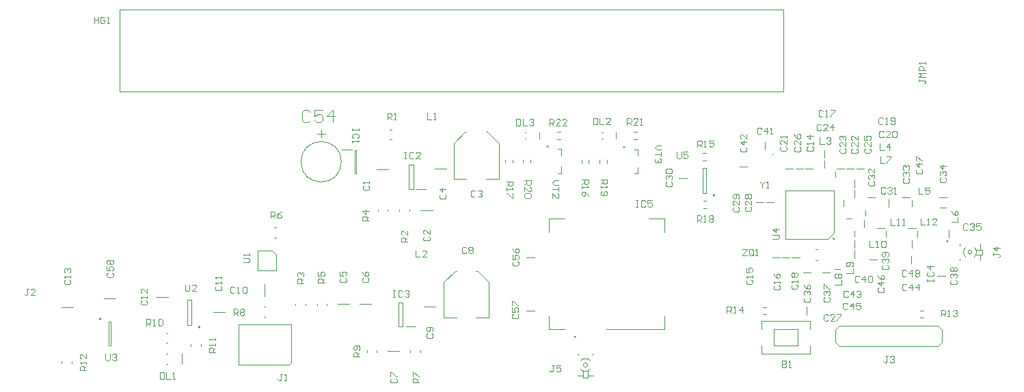
<source format=gto>
G04*
G04 #@! TF.GenerationSoftware,Altium Limited,Altium Designer,19.0.10 (269)*
G04*
G04 Layer_Color=65535*
%FSLAX44Y44*%
%MOMM*%
G71*
G01*
G75*
D10*
X1267420Y939720D02*
G03*
X1267420Y939720I-1000J0D01*
G01*
X952750Y778181D02*
G03*
X964986Y778181I6118J5155D01*
G01*
X961368Y783336D02*
G03*
X961368Y783336I-2500J0D01*
G01*
X964986Y788491D02*
G03*
X952750Y788491I-6118J-5155D01*
G01*
X1440265Y917172D02*
G03*
X1440265Y929408I-5155J6118D01*
G01*
X1437610Y923290D02*
G03*
X1437610Y923290I-2500J0D01*
G01*
X1429955Y929408D02*
G03*
X1429955Y917172I5155J-6118D01*
G01*
X946758Y818246D02*
G03*
X944758Y818246I-1000J0D01*
G01*
D02*
G03*
X946758Y818246I1000J0D01*
G01*
X656444Y1035350D02*
G03*
X656444Y1035350I-25000J0D01*
G01*
X1292414Y916238D02*
Y925738D01*
X1267516Y902682D02*
X1274516D01*
X427090Y867766D02*
X441590D01*
X439686Y797456D02*
X441186D01*
X439686Y784456D02*
X441186D01*
X458966D02*
Y797456D01*
X1206420Y939720D02*
X1259170D01*
X1206420D02*
Y999720D01*
X1266420D01*
Y946970D02*
Y999720D01*
X1259170Y939720D02*
X1266420Y946970D01*
X1243354Y913488D02*
X1246354D01*
X1243354Y926488D02*
X1246354D01*
X1023769Y1020571D02*
Y1028571D01*
X1019769Y1020571D02*
X1023769D01*
Y1042571D02*
Y1050571D01*
X1019769D02*
X1023769D01*
X928757Y1021065D02*
Y1029065D01*
X924757Y1021065D02*
X928757D01*
Y1043065D02*
Y1051065D01*
X924757D02*
X928757D01*
X1103670Y996540D02*
X1108670D01*
X1103670Y1027540D02*
X1108670D01*
Y996540D02*
Y1027540D01*
X1103670Y996540D02*
Y1027540D01*
X368008Y837096D02*
X371008D01*
X368008Y807096D02*
X371008D01*
X368008D02*
Y837096D01*
X371008Y807096D02*
Y837096D01*
X465814Y833266D02*
X470814D01*
X465814Y864266D02*
X470814D01*
Y833266D02*
Y864266D01*
X465814Y833266D02*
Y864266D01*
X923861Y1072427D02*
X927861D01*
X923861Y1063427D02*
X927861D01*
X1018470Y1072316D02*
X1022470D01*
X1018470Y1063316D02*
X1022470D01*
X890585Y1034025D02*
Y1038025D01*
X881585Y1034025D02*
Y1038025D01*
X985549Y1033571D02*
Y1037571D01*
X976549Y1033571D02*
Y1037571D01*
X1104576Y977972D02*
X1108576D01*
X1104576Y986972D02*
X1108576D01*
X868319Y1034025D02*
Y1038025D01*
X859319Y1034025D02*
Y1038025D01*
X963096Y1033571D02*
Y1037571D01*
X954096Y1033571D02*
Y1037571D01*
X1104322Y1037154D02*
X1108322D01*
X1104322Y1046154D02*
X1108322D01*
X1178846Y846042D02*
X1182846D01*
X1178846Y855042D02*
X1182846D01*
X1373258Y841828D02*
X1377258D01*
X1373258Y850828D02*
X1377258D01*
X322230Y785638D02*
Y787638D01*
X309980Y785638D02*
Y787638D01*
X469996Y806880D02*
Y808880D01*
X482246Y806880D02*
Y808880D01*
X439182Y823118D02*
X441182D01*
X439182Y810868D02*
X441182D01*
X688182Y799364D02*
Y801364D01*
X700432Y799364D02*
Y801364D01*
X560470Y843122D02*
X562470D01*
X560470Y855372D02*
X562470D01*
X754030Y799364D02*
Y801364D01*
X741780Y799364D02*
Y801364D01*
X573368Y953674D02*
X575368D01*
X573368Y941424D02*
X575368D01*
X626206Y857520D02*
Y859520D01*
X638456Y857520D02*
Y859520D01*
X701898Y973928D02*
Y975928D01*
X714148Y973928D02*
Y975928D01*
X612044Y857426D02*
Y859426D01*
X599794Y857426D02*
Y859426D01*
X740568Y974248D02*
Y976248D01*
X728318Y974248D02*
Y976248D01*
X716456Y1062832D02*
X718456D01*
X716456Y1075082D02*
X718456D01*
X1369700Y942344D02*
Y949344D01*
X1330776Y942395D02*
Y949395D01*
X1292064Y942650D02*
Y949650D01*
X1281994Y965384D02*
X1288994D01*
X1305848Y968472D02*
Y975472D01*
X1398072Y978338D02*
X1405072D01*
X1363184Y980496D02*
Y987496D01*
X1278348Y980496D02*
Y987496D01*
X1268294Y1016358D02*
Y1023358D01*
X955868Y767836D02*
Y775836D01*
Y767836D02*
X961868D01*
Y775836D01*
Y770336D02*
X968868D01*
X948868D02*
X955868D01*
X948868Y796336D02*
X950868D01*
X966868D02*
X968868D01*
X1442610Y920290D02*
X1450610D01*
Y926290D01*
X1442610D02*
X1450610D01*
X1448110D02*
Y933290D01*
Y913290D02*
Y920290D01*
X1422110Y913290D02*
Y915290D01*
Y931290D02*
Y933290D01*
X727246Y831054D02*
X732746D01*
X727246D02*
Y861054D01*
X732746D01*
Y831054D02*
Y861054D01*
X736246Y831054D02*
X748746D01*
X740048Y1001798D02*
X745548D01*
X740048D02*
Y1031798D01*
X745548D01*
Y1001798D02*
Y1031798D01*
X749048Y1001798D02*
X761548D01*
X657030Y1050850D02*
X670030D01*
X673530Y1020450D02*
Y1049650D01*
Y1020450D02*
X674530D01*
Y1049650D01*
X673530D02*
X674530D01*
X901702Y1063927D02*
Y1071927D01*
X883693Y1063927D02*
X885193D01*
X883693Y1071927D02*
X885193D01*
X996547Y1063816D02*
Y1071816D01*
X978538Y1063816D02*
X980038D01*
X978538Y1071816D02*
X980038D01*
X362320Y865886D02*
X376820D01*
X886028Y850316D02*
X895528D01*
X886028Y916686D02*
X895528D01*
X631444Y1065350D02*
Y1075350D01*
X626444Y1070350D02*
X636444D01*
X1362964Y928596D02*
Y938096D01*
X1358468Y952896D02*
X1367968D01*
X1319860Y952895D02*
X1329360D01*
X1362710Y908888D02*
Y918388D01*
X1292414Y928280D02*
Y937780D01*
X1149568Y1029556D02*
X1159068D01*
X1181242Y1050460D02*
Y1059960D01*
X1304290Y953592D02*
Y963092D01*
X1310462Y913892D02*
X1319962D01*
X1394870Y894202D02*
X1404370D01*
X1251854Y898144D02*
X1261354D01*
X1228191Y898256D02*
X1237691D01*
X1408572Y941146D02*
Y950646D01*
X1396949Y991334D02*
X1406449D01*
X1350848Y990996D02*
X1360348D01*
X1307922Y990854D02*
X1317422D01*
X1334262Y979104D02*
Y988604D01*
X1074750Y1014638D02*
X1084250D01*
X1170140Y985216D02*
X1179640D01*
X1182446Y985378D02*
X1191946D01*
X1232806Y845896D02*
Y855396D01*
X1218872Y1026368D02*
X1228372D01*
X1294206Y1026668D02*
X1303706D01*
X1254506Y1027506D02*
Y1037006D01*
X1269822Y1026668D02*
X1279322D01*
X1282014D02*
X1291514D01*
X1206302Y1026368D02*
X1215802D01*
X1291986Y991172D02*
Y1000672D01*
Y1003376D02*
Y1012876D01*
X1214450Y916940D02*
X1223950D01*
X1254506Y1039952D02*
Y1049452D01*
X1202258Y916940D02*
X1211758D01*
X1190066Y917052D02*
X1199566D01*
X1231182Y1026368D02*
X1240682D01*
X309742Y855266D02*
X324242D01*
X497702Y849321D02*
X512202D01*
X561368Y868796D02*
Y883296D01*
X758306Y855839D02*
X772806D01*
X713856Y800356D02*
X728356D01*
X679058Y858856D02*
X693558D01*
X651626D02*
X666126D01*
X772378Y1026598D02*
X786878D01*
X754798Y975108D02*
X769298D01*
X699988Y1025652D02*
X714488D01*
X1236702Y827626D02*
Y837626D01*
Y797626D02*
Y807626D01*
X1176702Y827626D02*
Y837626D01*
Y797626D02*
Y807626D01*
X1221702D02*
Y827626D01*
X1191702Y807626D02*
Y827626D01*
X1221702D01*
X1191702Y807626D02*
X1221702D01*
X1176702Y837626D02*
X1236702D01*
X1176702Y797626D02*
X1236702D01*
D11*
X1190722Y1043960D02*
G03*
X1190722Y1044960I0J500D01*
G01*
D02*
G03*
X1190722Y1043960I0J-500D01*
G01*
X913258Y827746D02*
Y844246D01*
Y827746D02*
X932758D01*
X984758D02*
X1056258D01*
Y844246D01*
Y948246D02*
Y964746D01*
X1036758D02*
X1056258D01*
X913258Y948246D02*
Y964746D01*
X932758D01*
D12*
X1008019Y1053571D02*
G03*
X1008019Y1053571I-1250J0D01*
G01*
X913007Y1054065D02*
G03*
X913007Y1054065I-1250J0D01*
G01*
X1119420Y993790D02*
G03*
X1119420Y993790I-1250J0D01*
G01*
X358758Y840596D02*
G03*
X358758Y840596I-1250J0D01*
G01*
X481564Y830516D02*
G03*
X481564Y830516I-1250J0D01*
G01*
X1408370Y936960D02*
G03*
X1408370Y936960I-1250J0D01*
G01*
D13*
X552958Y900402D02*
X575798D01*
X552938Y900382D02*
X552958Y900402D01*
X552938Y900382D02*
Y925272D01*
X552958Y925292D01*
X570718D01*
X575798Y920212D01*
Y900402D02*
Y920212D01*
X1267968Y811856D02*
Y827096D01*
Y811856D02*
X1273048Y806776D01*
X1267968Y827096D02*
X1273048Y832176D01*
X1394968D01*
X1400048Y827096D01*
X1273048Y806776D02*
X1394968D01*
X1400048Y811856D01*
Y827096D01*
X529000Y833910D02*
X594000D01*
X529000Y783910D02*
Y833910D01*
X594000Y786410D02*
Y833910D01*
X591500Y783910D02*
X594000Y786410D01*
X529000Y783910D02*
X591500D01*
X382270Y1122680D02*
Y1224280D01*
Y1122680D02*
X1203960D01*
Y1224280D01*
X382270D02*
X1203960D01*
X839276Y841839D02*
Y885839D01*
X823276Y841839D02*
X839276D01*
X783276D02*
Y885839D01*
Y841839D02*
X799276D01*
X825276Y899839D02*
X839276Y885839D01*
X823276Y899839D02*
X825276D01*
X783276Y885839D02*
X797276Y899839D01*
X799276D01*
X851468Y1014298D02*
Y1058298D01*
X835468Y1014298D02*
X851468D01*
X795468D02*
Y1058298D01*
Y1014298D02*
X811468D01*
X837468Y1072298D02*
X851468Y1058298D01*
X835468Y1072298D02*
X837468D01*
X795468Y1058298D02*
X809468Y1072298D01*
X811468D01*
X431800Y774061D02*
Y766064D01*
X435799D01*
X437132Y767397D01*
Y772729D01*
X435799Y774061D01*
X431800D01*
X439797D02*
Y766064D01*
X445129D01*
X447795D02*
X450461D01*
X449128D01*
Y774061D01*
X447795Y772729D01*
X1097534Y1053846D02*
Y1061843D01*
X1101533D01*
X1102866Y1060510D01*
Y1057845D01*
X1101533Y1056512D01*
X1097534D01*
X1100200D02*
X1102866Y1053846D01*
X1105531D02*
X1108197D01*
X1106864D01*
Y1061843D01*
X1105531Y1060510D01*
X1117528Y1061843D02*
X1112196D01*
Y1057845D01*
X1114862Y1059178D01*
X1116195D01*
X1117528Y1057845D01*
Y1055179D01*
X1116195Y1053846D01*
X1113529D01*
X1112196Y1055179D01*
X618233Y1096654D02*
X615694Y1099193D01*
X610615D01*
X608076Y1096654D01*
Y1086497D01*
X610615Y1083958D01*
X615694D01*
X618233Y1086497D01*
X633468Y1099193D02*
X623311D01*
Y1091575D01*
X628389Y1094115D01*
X630929D01*
X633468Y1091575D01*
Y1086497D01*
X630929Y1083958D01*
X625850D01*
X623311Y1086497D01*
X646164Y1083958D02*
Y1099193D01*
X638546Y1091575D01*
X648703D01*
X1190619Y939720D02*
X1197284D01*
X1198617Y941053D01*
Y943719D01*
X1197284Y945052D01*
X1190619D01*
X1198617Y951716D02*
X1190619D01*
X1194618Y947717D01*
Y953049D01*
X752856Y761492D02*
X744859D01*
Y765491D01*
X746191Y766824D01*
X748857D01*
X750190Y765491D01*
Y761492D01*
Y764158D02*
X752856Y766824D01*
X744859Y769489D02*
Y774821D01*
X746191D01*
X751523Y769489D01*
X752856D01*
X367224Y897634D02*
X365891Y896301D01*
Y893635D01*
X367224Y892302D01*
X372555D01*
X373888Y893635D01*
Y896301D01*
X372555Y897634D01*
X365891Y905631D02*
Y900299D01*
X369889D01*
X368556Y902965D01*
Y904298D01*
X369889Y905631D01*
X372555D01*
X373888Y904298D01*
Y901632D01*
X372555Y900299D01*
X367224Y908297D02*
X365891Y909630D01*
Y912296D01*
X367224Y913628D01*
X368556D01*
X369889Y912296D01*
X371222Y913628D01*
X372555D01*
X373888Y912296D01*
Y909630D01*
X372555Y908297D01*
X371222D01*
X369889Y909630D01*
X368556Y908297D01*
X367224D01*
X369889Y909630D02*
Y912296D01*
X822450Y998534D02*
X821117Y999867D01*
X818451D01*
X817118Y998534D01*
Y993203D01*
X818451Y991870D01*
X821117D01*
X822450Y993203D01*
X825115Y998534D02*
X826448Y999867D01*
X829114D01*
X830447Y998534D01*
Y997202D01*
X829114Y995869D01*
X827781D01*
X829114D01*
X830447Y994536D01*
Y993203D01*
X829114Y991870D01*
X826448D01*
X825115Y993203D01*
X1134110Y847852D02*
Y855849D01*
X1138109D01*
X1139442Y854517D01*
Y851851D01*
X1138109Y850518D01*
X1134110D01*
X1136776D02*
X1139442Y847852D01*
X1142107D02*
X1144773D01*
X1143440D01*
Y855849D01*
X1142107Y854517D01*
X1152771Y847852D02*
Y855849D01*
X1148772Y851851D01*
X1154104D01*
X1399286Y843534D02*
Y851531D01*
X1403285D01*
X1404618Y850199D01*
Y847533D01*
X1403285Y846200D01*
X1399286D01*
X1401952D02*
X1404618Y843534D01*
X1407283D02*
X1409949D01*
X1408616D01*
Y851531D01*
X1407283Y850199D01*
X1413948D02*
X1415281Y851531D01*
X1417947D01*
X1419280Y850199D01*
Y848866D01*
X1417947Y847533D01*
X1416614D01*
X1417947D01*
X1419280Y846200D01*
Y844867D01*
X1417947Y843534D01*
X1415281D01*
X1413948Y844867D01*
X340708Y776638D02*
X332711D01*
Y780637D01*
X334044Y781970D01*
X336709D01*
X338042Y780637D01*
Y776638D01*
Y779304D02*
X340708Y781970D01*
Y784635D02*
Y787301D01*
Y785968D01*
X332711D01*
X334044Y784635D01*
X340708Y796632D02*
Y791300D01*
X335376Y796632D01*
X334044D01*
X332711Y795299D01*
Y792633D01*
X334044Y791300D01*
X1333244Y794635D02*
X1330578D01*
X1331911D01*
Y787971D01*
X1330578Y786638D01*
X1329245D01*
X1327912Y787971D01*
X1335909Y793303D02*
X1337242Y794635D01*
X1339908D01*
X1341241Y793303D01*
Y791970D01*
X1339908Y790637D01*
X1338575D01*
X1339908D01*
X1341241Y789304D01*
Y787971D01*
X1339908Y786638D01*
X1337242D01*
X1335909Y787971D01*
X1230570Y867154D02*
X1229237Y865821D01*
Y863155D01*
X1230570Y861822D01*
X1235901D01*
X1237234Y863155D01*
Y865821D01*
X1235901Y867154D01*
X1230570Y869819D02*
X1229237Y871152D01*
Y873818D01*
X1230570Y875151D01*
X1231902D01*
X1233235Y873818D01*
Y872485D01*
Y873818D01*
X1234568Y875151D01*
X1235901D01*
X1237234Y873818D01*
Y871152D01*
X1235901Y869819D01*
X1229237Y883148D02*
X1230570Y880483D01*
X1233235Y877817D01*
X1235901D01*
X1237234Y879150D01*
Y881816D01*
X1235901Y883148D01*
X1234568D01*
X1233235Y881816D01*
Y877817D01*
X1259330Y844865D02*
X1257997Y846197D01*
X1255331D01*
X1253998Y844865D01*
Y839533D01*
X1255331Y838200D01*
X1257997D01*
X1259330Y839533D01*
X1267327Y838200D02*
X1261995D01*
X1267327Y843532D01*
Y844865D01*
X1265994Y846197D01*
X1263328D01*
X1261995Y844865D01*
X1269993Y846197D02*
X1275324D01*
Y844865D01*
X1269993Y839533D01*
Y838200D01*
X1202436Y788793D02*
Y780796D01*
X1206435D01*
X1207768Y782129D01*
Y783462D01*
X1206435Y784795D01*
X1202436D01*
X1206435D01*
X1207768Y786128D01*
Y787460D01*
X1206435Y788793D01*
X1202436D01*
X1210433Y780796D02*
X1213099D01*
X1211766D01*
Y788793D01*
X1210433Y787460D01*
X534801Y910844D02*
X541465D01*
X542798Y912177D01*
Y914843D01*
X541465Y916176D01*
X534801D01*
X542798Y918841D02*
Y921507D01*
Y920174D01*
X534801D01*
X536133Y918841D01*
X1381891Y886968D02*
Y889634D01*
Y888301D01*
X1389888D01*
Y886968D01*
Y889634D01*
X1383224Y898964D02*
X1381891Y897631D01*
Y894965D01*
X1383224Y893633D01*
X1388555D01*
X1389888Y894965D01*
Y897631D01*
X1388555Y898964D01*
X1389888Y905629D02*
X1381891D01*
X1385889Y901630D01*
Y906962D01*
X463296Y883027D02*
Y876363D01*
X464629Y875030D01*
X467295D01*
X468628Y876363D01*
Y883027D01*
X476625Y875030D02*
X471293D01*
X476625Y880362D01*
Y881694D01*
X475292Y883027D01*
X472626D01*
X471293Y881694D01*
X1153414Y926969D02*
X1158746D01*
Y925637D01*
X1153414Y920305D01*
Y918972D01*
X1158746D01*
X1166743Y920305D02*
Y925637D01*
X1165410Y926969D01*
X1162744D01*
X1161411Y925637D01*
Y920305D01*
X1162744Y918972D01*
X1165410D01*
X1164077Y921638D02*
X1166743Y918972D01*
X1165410D02*
X1166743Y920305D01*
X1169409Y918972D02*
X1172075D01*
X1170742D01*
Y926969D01*
X1169409Y925637D01*
X1175004Y1011043D02*
Y1009710D01*
X1177670Y1007045D01*
X1180336Y1009710D01*
Y1011043D01*
X1177670Y1007045D02*
Y1003046D01*
X1183001D02*
X1185667D01*
X1184334D01*
Y1011043D01*
X1183001Y1009710D01*
X1072134Y1047873D02*
Y1041209D01*
X1073467Y1039876D01*
X1076133D01*
X1077466Y1041209D01*
Y1047873D01*
X1085463D02*
X1080131D01*
Y1043875D01*
X1082797Y1045208D01*
X1084130D01*
X1085463Y1043875D01*
Y1041209D01*
X1084130Y1039876D01*
X1081464D01*
X1080131Y1041209D01*
X364490Y797175D02*
Y790511D01*
X365823Y789178D01*
X368489D01*
X369822Y790511D01*
Y797175D01*
X372487Y795843D02*
X373820Y797175D01*
X376486D01*
X377819Y795843D01*
Y794510D01*
X376486Y793177D01*
X375153D01*
X376486D01*
X377819Y791844D01*
Y790511D01*
X376486Y789178D01*
X373820D01*
X372487Y790511D01*
X914146Y1080516D02*
Y1088513D01*
X918145D01*
X919478Y1087180D01*
Y1084515D01*
X918145Y1083182D01*
X914146D01*
X916812D02*
X919478Y1080516D01*
X927475D02*
X922143D01*
X927475Y1085848D01*
Y1087180D01*
X926142Y1088513D01*
X923476D01*
X922143Y1087180D01*
X935472Y1080516D02*
X930141D01*
X935472Y1085848D01*
Y1087180D01*
X934140Y1088513D01*
X931474D01*
X930141Y1087180D01*
X1010412Y1081206D02*
Y1089203D01*
X1014411D01*
X1015744Y1087870D01*
Y1085204D01*
X1014411Y1083872D01*
X1010412D01*
X1013078D02*
X1015744Y1081206D01*
X1023741D02*
X1018409D01*
X1023741Y1086537D01*
Y1087870D01*
X1022408Y1089203D01*
X1019742D01*
X1018409Y1087870D01*
X1026407Y1081206D02*
X1029073D01*
X1027740D01*
Y1089203D01*
X1026407Y1087870D01*
X883158Y1012040D02*
X891155D01*
Y1008041D01*
X889822Y1006708D01*
X887157D01*
X885824Y1008041D01*
Y1012040D01*
Y1009374D02*
X883158Y1006708D01*
Y998711D02*
Y1004043D01*
X888490Y998711D01*
X889822D01*
X891155Y1000044D01*
Y1002710D01*
X889822Y1004043D01*
Y996045D02*
X891155Y994712D01*
Y992047D01*
X889822Y990714D01*
X884491D01*
X883158Y992047D01*
Y994712D01*
X884491Y996045D01*
X889822D01*
X977646Y1013460D02*
X985643D01*
Y1009461D01*
X984311Y1008128D01*
X981645D01*
X980312Y1009461D01*
Y1013460D01*
Y1010794D02*
X977646Y1008128D01*
Y1005463D02*
Y1002797D01*
Y1004130D01*
X985643D01*
X984311Y1005463D01*
X978979Y998798D02*
X977646Y997465D01*
Y994799D01*
X978979Y993466D01*
X984311D01*
X985643Y994799D01*
Y997465D01*
X984311Y998798D01*
X982978D01*
X981645Y997465D01*
Y993466D01*
X1097076Y960976D02*
Y968973D01*
X1101075D01*
X1102408Y967641D01*
Y964975D01*
X1101075Y963642D01*
X1097076D01*
X1099742D02*
X1102408Y960976D01*
X1105073D02*
X1107739D01*
X1106406D01*
Y968973D01*
X1105073Y967641D01*
X1111738D02*
X1113071Y968973D01*
X1115737D01*
X1117070Y967641D01*
Y966308D01*
X1115737Y964975D01*
X1117070Y963642D01*
Y962309D01*
X1115737Y960976D01*
X1113071D01*
X1111738Y962309D01*
Y963642D01*
X1113071Y964975D01*
X1111738Y966308D01*
Y967641D01*
X1113071Y964975D02*
X1115737D01*
X860806Y1010666D02*
X868803D01*
Y1006667D01*
X867470Y1005334D01*
X864805D01*
X863472Y1006667D01*
Y1010666D01*
Y1008000D02*
X860806Y1005334D01*
Y1002669D02*
Y1000003D01*
Y1001336D01*
X868803D01*
X867470Y1002669D01*
X868803Y996004D02*
Y990672D01*
X867470D01*
X862139Y996004D01*
X860806D01*
X954532Y1012952D02*
X962529D01*
Y1008953D01*
X961197Y1007620D01*
X958531D01*
X957198Y1008953D01*
Y1012952D01*
Y1010286D02*
X954532Y1007620D01*
Y1004955D02*
Y1002289D01*
Y1003622D01*
X962529D01*
X961197Y1004955D01*
X962529Y992958D02*
X961197Y995624D01*
X958531Y998290D01*
X955865D01*
X954532Y996957D01*
Y994291D01*
X955865Y992958D01*
X957198D01*
X958531Y994291D01*
Y998290D01*
X500380Y799338D02*
X492383D01*
Y803337D01*
X493716Y804670D01*
X496381D01*
X497714Y803337D01*
Y799338D01*
Y802004D02*
X500380Y804670D01*
Y807335D02*
Y810001D01*
Y808668D01*
X492383D01*
X493716Y807335D01*
X500380Y814000D02*
Y816666D01*
Y815333D01*
X492383D01*
X493716Y814000D01*
X415036Y832104D02*
Y840101D01*
X419035D01*
X420368Y838768D01*
Y836103D01*
X419035Y834770D01*
X415036D01*
X417702D02*
X420368Y832104D01*
X423033D02*
X425699D01*
X424366D01*
Y840101D01*
X423033Y838768D01*
X429698D02*
X431031Y840101D01*
X433697D01*
X435030Y838768D01*
Y833437D01*
X433697Y832104D01*
X431031D01*
X429698Y833437D01*
Y838768D01*
X679450Y793750D02*
X671453D01*
Y797749D01*
X672785Y799082D01*
X675451D01*
X676784Y797749D01*
Y793750D01*
Y796416D02*
X679450Y799082D01*
X678117Y801747D02*
X679450Y803080D01*
Y805746D01*
X678117Y807079D01*
X672785D01*
X671453Y805746D01*
Y803080D01*
X672785Y801747D01*
X674118D01*
X675451Y803080D01*
Y807079D01*
X522986Y845058D02*
Y853055D01*
X526985D01*
X528318Y851722D01*
Y849057D01*
X526985Y847724D01*
X522986D01*
X525652D02*
X528318Y845058D01*
X530983Y851722D02*
X532316Y853055D01*
X534982D01*
X536315Y851722D01*
Y850390D01*
X534982Y849057D01*
X536315Y847724D01*
Y846391D01*
X534982Y845058D01*
X532316D01*
X530983Y846391D01*
Y847724D01*
X532316Y849057D01*
X530983Y850390D01*
Y851722D01*
X532316Y849057D02*
X534982D01*
X568960Y965708D02*
Y973705D01*
X572959D01*
X574292Y972373D01*
Y969707D01*
X572959Y968374D01*
X568960D01*
X571626D02*
X574292Y965708D01*
X582289Y973705D02*
X579623Y972373D01*
X576957Y969707D01*
Y967041D01*
X578290Y965708D01*
X580956D01*
X582289Y967041D01*
Y968374D01*
X580956Y969707D01*
X576957D01*
X635762Y885444D02*
X627765D01*
Y889443D01*
X629098Y890776D01*
X631763D01*
X633096Y889443D01*
Y885444D01*
Y888110D02*
X635762Y890776D01*
X627765Y898773D02*
Y893441D01*
X631763D01*
X630430Y896107D01*
Y897440D01*
X631763Y898773D01*
X634429D01*
X635762Y897440D01*
Y894774D01*
X634429Y893441D01*
X690626Y962406D02*
X682629D01*
Y966405D01*
X683961Y967738D01*
X686627D01*
X687960Y966405D01*
Y962406D01*
Y965072D02*
X690626Y967738D01*
Y974402D02*
X682629D01*
X686627Y970403D01*
Y975735D01*
X609854Y884936D02*
X601857D01*
Y888935D01*
X603190Y890268D01*
X605855D01*
X607188Y888935D01*
Y884936D01*
Y887602D02*
X609854Y890268D01*
X603190Y892933D02*
X601857Y894266D01*
Y896932D01*
X603190Y898265D01*
X604522D01*
X605855Y896932D01*
Y895599D01*
Y896932D01*
X607188Y898265D01*
X608521D01*
X609854Y896932D01*
Y894266D01*
X608521Y892933D01*
X738378Y936244D02*
X730381D01*
Y940243D01*
X731713Y941576D01*
X734379D01*
X735712Y940243D01*
Y936244D01*
Y938910D02*
X738378Y941576D01*
Y949573D02*
Y944241D01*
X733046Y949573D01*
X731713D01*
X730381Y948240D01*
Y945574D01*
X731713Y944241D01*
X713486Y1087628D02*
Y1095625D01*
X717485D01*
X718818Y1094293D01*
Y1091627D01*
X717485Y1090294D01*
X713486D01*
X716152D02*
X718818Y1087628D01*
X721483D02*
X724149D01*
X722816D01*
Y1095625D01*
X721483Y1094293D01*
X925699Y1012040D02*
X920368D01*
X917702Y1009374D01*
X920368Y1006708D01*
X925699D01*
Y1004043D02*
Y998711D01*
Y1001377D01*
X917702D01*
Y990714D02*
Y996045D01*
X923034Y990714D01*
X924367D01*
X925699Y992047D01*
Y994712D01*
X924367Y996045D01*
X1052445Y1055624D02*
X1047114D01*
X1044448Y1052958D01*
X1047114Y1050292D01*
X1052445D01*
Y1047627D02*
Y1042295D01*
Y1044961D01*
X1044448D01*
X1051113Y1039629D02*
X1052445Y1038296D01*
Y1035630D01*
X1051113Y1034298D01*
X1049780D01*
X1048447Y1035630D01*
Y1036963D01*
Y1035630D01*
X1047114Y1034298D01*
X1045781D01*
X1044448Y1035630D01*
Y1038296D01*
X1045781Y1039629D01*
X1373790Y965017D02*
Y957020D01*
X1379122D01*
X1381787D02*
X1384453D01*
X1383120D01*
Y965017D01*
X1381787Y963685D01*
X1393784Y957020D02*
X1388452D01*
X1393784Y962352D01*
Y963685D01*
X1392451Y965017D01*
X1389785D01*
X1388452Y963685D01*
X1336756Y964560D02*
Y956563D01*
X1342088D01*
X1344753D02*
X1347419D01*
X1346086D01*
Y964560D01*
X1344753Y963227D01*
X1351418Y956563D02*
X1354084D01*
X1352751D01*
Y964560D01*
X1351418Y963227D01*
X1310603Y937326D02*
Y929328D01*
X1315935D01*
X1318600D02*
X1321266D01*
X1319933D01*
Y937326D01*
X1318600Y935993D01*
X1325265D02*
X1326598Y937326D01*
X1329264D01*
X1330596Y935993D01*
Y930661D01*
X1329264Y929328D01*
X1326598D01*
X1325265Y930661D01*
Y935993D01*
X1282069Y897532D02*
X1290066D01*
Y902864D01*
X1288733Y905529D02*
X1290066Y906862D01*
Y909528D01*
X1288733Y910861D01*
X1283401D01*
X1282069Y909528D01*
Y906862D01*
X1283401Y905529D01*
X1284734D01*
X1286067Y906862D01*
Y910861D01*
X1267845Y883246D02*
X1275842D01*
Y888578D01*
X1269177Y891243D02*
X1267845Y892576D01*
Y895242D01*
X1269177Y896575D01*
X1270510D01*
X1271843Y895242D01*
X1273176Y896575D01*
X1274509D01*
X1275842Y895242D01*
Y892576D01*
X1274509Y891243D01*
X1273176D01*
X1271843Y892576D01*
X1270510Y891243D01*
X1269177D01*
X1271843Y892576D02*
Y895242D01*
X1323848Y1041945D02*
Y1033948D01*
X1329180D01*
X1331845Y1041945D02*
X1337177D01*
Y1040612D01*
X1331845Y1035281D01*
Y1033948D01*
X1412117Y961032D02*
X1420114D01*
Y966364D01*
X1412117Y974361D02*
X1413449Y971695D01*
X1416115Y969029D01*
X1418781D01*
X1420114Y970362D01*
Y973028D01*
X1418781Y974361D01*
X1417448D01*
X1416115Y973028D01*
Y969029D01*
X1371600Y1003423D02*
Y995426D01*
X1376932D01*
X1384929Y1003423D02*
X1379597D01*
Y999425D01*
X1382263Y1000758D01*
X1383596D01*
X1384929Y999425D01*
Y996759D01*
X1383596Y995426D01*
X1380930D01*
X1379597Y996759D01*
X1323594Y1058033D02*
Y1050036D01*
X1328926D01*
X1335590D02*
Y1058033D01*
X1331591Y1054035D01*
X1336923D01*
X1249143Y1065653D02*
Y1057656D01*
X1254475D01*
X1257140Y1064321D02*
X1258473Y1065653D01*
X1261139D01*
X1262472Y1064321D01*
Y1062988D01*
X1261139Y1061655D01*
X1259806D01*
X1261139D01*
X1262472Y1060322D01*
Y1058989D01*
X1261139Y1057656D01*
X1258473D01*
X1257140Y1058989D01*
X748538Y925445D02*
Y917448D01*
X753870D01*
X761867D02*
X756535D01*
X761867Y922780D01*
Y924112D01*
X760534Y925445D01*
X757868D01*
X756535Y924112D01*
X762508Y1096133D02*
Y1088136D01*
X767840D01*
X770505D02*
X773171D01*
X771838D01*
Y1096133D01*
X770505Y1094800D01*
X1371985Y1137664D02*
Y1134998D01*
Y1136331D01*
X1378649D01*
X1379982Y1134998D01*
Y1133665D01*
X1378649Y1132332D01*
X1379982Y1140329D02*
X1371985D01*
X1374650Y1142995D01*
X1371985Y1145661D01*
X1379982D01*
Y1148327D02*
X1371985D01*
Y1152326D01*
X1373318Y1153658D01*
X1375983D01*
X1377316Y1152326D01*
Y1148327D01*
X1379982Y1156324D02*
Y1158990D01*
Y1157657D01*
X1371985D01*
X1373318Y1156324D01*
X919986Y783205D02*
X917320D01*
X918653D01*
Y776541D01*
X917320Y775208D01*
X915987D01*
X914654Y776541D01*
X927983Y783205D02*
X922651D01*
Y779207D01*
X925317Y780540D01*
X926650D01*
X927983Y779207D01*
Y776541D01*
X926650Y775208D01*
X923984D01*
X922651Y776541D01*
X1464187Y922272D02*
Y919606D01*
Y920939D01*
X1470851D01*
X1472184Y919606D01*
Y918273D01*
X1470851Y916940D01*
X1472184Y928936D02*
X1464187D01*
X1468185Y924937D01*
Y930269D01*
X269238Y877947D02*
X266572D01*
X267905D01*
Y871283D01*
X266572Y869950D01*
X265239D01*
X263906Y871283D01*
X277235Y869950D02*
X271903D01*
X277235Y875282D01*
Y876615D01*
X275902Y877947D01*
X273236D01*
X271903Y876615D01*
X583182Y772283D02*
X580516D01*
X581849D01*
Y765619D01*
X580516Y764286D01*
X579183D01*
X577850Y765619D01*
X585847Y764286D02*
X588513D01*
X587180D01*
Y772283D01*
X585847Y770950D01*
X1021080Y987721D02*
X1023746D01*
X1022413D01*
Y979724D01*
X1021080D01*
X1023746D01*
X1033076Y986388D02*
X1031743Y987721D01*
X1029077D01*
X1027745Y986388D01*
Y981057D01*
X1029077Y979724D01*
X1031743D01*
X1033076Y981057D01*
X1041074Y987721D02*
X1035742D01*
Y983723D01*
X1038408Y985056D01*
X1039741D01*
X1041074Y983723D01*
Y981057D01*
X1039741Y979724D01*
X1037075D01*
X1035742Y981057D01*
X720344Y875661D02*
X723010D01*
X721677D01*
Y867664D01*
X720344D01*
X723010D01*
X732340Y874329D02*
X731007Y875661D01*
X728341D01*
X727009Y874329D01*
Y868997D01*
X728341Y867664D01*
X731007D01*
X732340Y868997D01*
X735006Y874329D02*
X736339Y875661D01*
X739005D01*
X740338Y874329D01*
Y872996D01*
X739005Y871663D01*
X737672D01*
X739005D01*
X740338Y870330D01*
Y868997D01*
X739005Y867664D01*
X736339D01*
X735006Y868997D01*
X734060Y1047365D02*
X736726D01*
X735393D01*
Y1039368D01*
X734060D01*
X736726D01*
X746056Y1046032D02*
X744723Y1047365D01*
X742057D01*
X740724Y1046032D01*
Y1040701D01*
X742057Y1039368D01*
X744723D01*
X746056Y1040701D01*
X754054Y1039368D02*
X748722D01*
X754054Y1044700D01*
Y1046032D01*
X752721Y1047365D01*
X750055D01*
X748722Y1046032D01*
X677795Y1076452D02*
Y1073786D01*
Y1075119D01*
X669798D01*
Y1076452D01*
Y1073786D01*
X676462Y1064456D02*
X677795Y1065789D01*
Y1068455D01*
X676462Y1069788D01*
X671131D01*
X669798Y1068455D01*
Y1065789D01*
X671131Y1064456D01*
X669798Y1061790D02*
Y1059124D01*
Y1060457D01*
X677795D01*
X676462Y1061790D01*
X350266Y1215005D02*
Y1207008D01*
Y1211007D01*
X355598D01*
Y1215005D01*
Y1207008D01*
X363595Y1213672D02*
X362262Y1215005D01*
X359596D01*
X358263Y1213672D01*
Y1208341D01*
X359596Y1207008D01*
X362262D01*
X363595Y1208341D01*
Y1211007D01*
X360929D01*
X366261Y1207008D02*
X368927D01*
X367594D01*
Y1215005D01*
X366261Y1213672D01*
X872998Y1088513D02*
Y1080516D01*
X876997D01*
X878330Y1081849D01*
Y1087180D01*
X876997Y1088513D01*
X872998D01*
X880995D02*
Y1080516D01*
X886327D01*
X888993Y1087180D02*
X890326Y1088513D01*
X892992D01*
X894324Y1087180D01*
Y1085848D01*
X892992Y1084515D01*
X891659D01*
X892992D01*
X894324Y1083182D01*
Y1081849D01*
X892992Y1080516D01*
X890326D01*
X888993Y1081849D01*
X968248Y1089529D02*
Y1081532D01*
X972247D01*
X973580Y1082865D01*
Y1088196D01*
X972247Y1089529D01*
X968248D01*
X976245D02*
Y1081532D01*
X981577D01*
X989574D02*
X984243D01*
X989574Y1086864D01*
Y1088196D01*
X988242Y1089529D01*
X985576D01*
X984243Y1088196D01*
X869128Y846580D02*
X867795Y845247D01*
Y842581D01*
X869128Y841248D01*
X874459D01*
X875792Y842581D01*
Y845247D01*
X874459Y846580D01*
X867795Y854577D02*
Y849245D01*
X871793D01*
X870460Y851911D01*
Y853244D01*
X871793Y854577D01*
X874459D01*
X875792Y853244D01*
Y850578D01*
X874459Y849245D01*
X867795Y857243D02*
Y862574D01*
X869128D01*
X874459Y857243D01*
X875792D01*
X869635Y911858D02*
X868303Y910525D01*
Y907859D01*
X869635Y906526D01*
X874967D01*
X876300Y907859D01*
Y910525D01*
X874967Y911858D01*
X868303Y919855D02*
Y914523D01*
X872301D01*
X870968Y917189D01*
Y918522D01*
X872301Y919855D01*
X874967D01*
X876300Y918522D01*
Y915856D01*
X874967Y914523D01*
X868303Y927852D02*
X869635Y925187D01*
X872301Y922521D01*
X874967D01*
X876300Y923854D01*
Y926520D01*
X874967Y927852D01*
X873634D01*
X872301Y926520D01*
Y922521D01*
X1356358Y899728D02*
X1355025Y901061D01*
X1352359D01*
X1351026Y899728D01*
Y894397D01*
X1352359Y893064D01*
X1355025D01*
X1356358Y894397D01*
X1363022Y893064D02*
Y901061D01*
X1359023Y897063D01*
X1364355D01*
X1367021Y899728D02*
X1368354Y901061D01*
X1371020D01*
X1372352Y899728D01*
Y898396D01*
X1371020Y897063D01*
X1372352Y895730D01*
Y894397D01*
X1371020Y893064D01*
X1368354D01*
X1367021Y894397D01*
Y895730D01*
X1368354Y897063D01*
X1367021Y898396D01*
Y899728D01*
X1368354Y897063D02*
X1371020D01*
X1369254Y1026158D02*
X1367921Y1024825D01*
Y1022159D01*
X1369254Y1020826D01*
X1374585D01*
X1375918Y1022159D01*
Y1024825D01*
X1374585Y1026158D01*
X1375918Y1032822D02*
X1367921D01*
X1371919Y1028823D01*
Y1034155D01*
X1367921Y1036821D02*
Y1042152D01*
X1369254D01*
X1374585Y1036821D01*
X1375918D01*
X1322009Y879091D02*
X1320677Y877758D01*
Y875092D01*
X1322009Y873759D01*
X1327341D01*
X1328674Y875092D01*
Y877758D01*
X1327341Y879091D01*
X1328674Y885755D02*
X1320677D01*
X1324675Y881757D01*
Y887088D01*
X1320677Y895086D02*
X1322009Y892420D01*
X1324675Y889754D01*
X1327341D01*
X1328674Y891087D01*
Y893753D01*
X1327341Y895086D01*
X1326008D01*
X1324675Y893753D01*
Y889754D01*
X1283268Y859072D02*
X1281935Y860405D01*
X1279269D01*
X1277936Y859072D01*
Y853741D01*
X1279269Y852408D01*
X1281935D01*
X1283268Y853741D01*
X1289932Y852408D02*
Y860405D01*
X1285933Y856407D01*
X1291265D01*
X1299263Y860405D02*
X1293931D01*
Y856407D01*
X1296597Y857740D01*
X1297930D01*
X1299263Y856407D01*
Y853741D01*
X1297930Y852408D01*
X1295264D01*
X1293931Y853741D01*
X1356612Y882457D02*
X1355279Y883789D01*
X1352613D01*
X1351280Y882457D01*
Y877125D01*
X1352613Y875792D01*
X1355279D01*
X1356612Y877125D01*
X1363276Y875792D02*
Y883789D01*
X1359277Y879791D01*
X1364609D01*
X1371274Y875792D02*
Y883789D01*
X1367275Y879791D01*
X1372606D01*
X1284030Y874059D02*
X1282697Y875391D01*
X1280031D01*
X1278698Y874059D01*
Y868727D01*
X1280031Y867394D01*
X1282697D01*
X1284030Y868727D01*
X1290694Y867394D02*
Y875391D01*
X1286695Y871393D01*
X1292027D01*
X1294693Y874059D02*
X1296026Y875391D01*
X1298692D01*
X1300025Y874059D01*
Y872726D01*
X1298692Y871393D01*
X1297359D01*
X1298692D01*
X1300025Y870060D01*
Y868727D01*
X1298692Y867394D01*
X1296026D01*
X1294693Y868727D01*
X1151830Y1053336D02*
X1150497Y1052003D01*
Y1049337D01*
X1151830Y1048004D01*
X1157161D01*
X1158494Y1049337D01*
Y1052003D01*
X1157161Y1053336D01*
X1158494Y1060000D02*
X1150497D01*
X1154495Y1056001D01*
Y1061333D01*
X1158494Y1069330D02*
Y1063999D01*
X1153162Y1069330D01*
X1151830D01*
X1150497Y1067998D01*
Y1065332D01*
X1151830Y1063999D01*
X1177034Y1076258D02*
X1175701Y1077591D01*
X1173035D01*
X1171702Y1076258D01*
Y1070927D01*
X1173035Y1069594D01*
X1175701D01*
X1177034Y1070927D01*
X1183698Y1069594D02*
Y1077591D01*
X1179699Y1073593D01*
X1185031D01*
X1187697Y1069594D02*
X1190363D01*
X1189030D01*
Y1077591D01*
X1187697Y1076258D01*
X1298192Y892617D02*
X1296859Y893949D01*
X1294193D01*
X1292860Y892617D01*
Y887285D01*
X1294193Y885952D01*
X1296859D01*
X1298192Y887285D01*
X1304856Y885952D02*
Y893949D01*
X1300857Y889951D01*
X1306189D01*
X1308855Y892617D02*
X1310188Y893949D01*
X1312854D01*
X1314186Y892617D01*
Y887285D01*
X1312854Y885952D01*
X1310188D01*
X1308855Y887285D01*
Y892617D01*
X1327343Y907308D02*
X1326011Y905975D01*
Y903309D01*
X1327343Y901976D01*
X1332675D01*
X1334008Y903309D01*
Y905975D01*
X1332675Y907308D01*
X1327343Y909974D02*
X1326011Y911307D01*
Y913972D01*
X1327343Y915305D01*
X1328676D01*
X1330009Y913972D01*
Y912639D01*
Y913972D01*
X1331342Y915305D01*
X1332675D01*
X1334008Y913972D01*
Y911307D01*
X1332675Y909974D01*
Y917971D02*
X1334008Y919304D01*
Y921970D01*
X1332675Y923303D01*
X1327343D01*
X1326011Y921970D01*
Y919304D01*
X1327343Y917971D01*
X1328676D01*
X1330009Y919304D01*
Y923303D01*
X1412180Y888744D02*
X1410847Y887411D01*
Y884745D01*
X1412180Y883412D01*
X1417511D01*
X1418844Y884745D01*
Y887411D01*
X1417511Y888744D01*
X1412180Y891409D02*
X1410847Y892742D01*
Y895408D01*
X1412180Y896741D01*
X1413512D01*
X1414845Y895408D01*
Y894075D01*
Y895408D01*
X1416178Y896741D01*
X1417511D01*
X1418844Y895408D01*
Y892742D01*
X1417511Y891409D01*
X1412180Y899407D02*
X1410847Y900740D01*
Y903406D01*
X1412180Y904738D01*
X1413512D01*
X1414845Y903406D01*
X1416178Y904738D01*
X1417511D01*
X1418844Y903406D01*
Y900740D01*
X1417511Y899407D01*
X1416178D01*
X1414845Y900740D01*
X1413512Y899407D01*
X1412180D01*
X1414845Y900740D02*
Y903406D01*
X1254842Y867408D02*
X1253509Y866075D01*
Y863409D01*
X1254842Y862076D01*
X1260173D01*
X1261506Y863409D01*
Y866075D01*
X1260173Y867408D01*
X1254842Y870073D02*
X1253509Y871406D01*
Y874072D01*
X1254842Y875405D01*
X1256174D01*
X1257507Y874072D01*
Y872739D01*
Y874072D01*
X1258840Y875405D01*
X1260173D01*
X1261506Y874072D01*
Y871406D01*
X1260173Y870073D01*
X1253509Y878071D02*
Y883402D01*
X1254842D01*
X1260173Y878071D01*
X1261506D01*
X1432304Y957641D02*
X1430971Y958973D01*
X1428305D01*
X1426972Y957641D01*
Y952309D01*
X1428305Y950976D01*
X1430971D01*
X1432304Y952309D01*
X1434969Y957641D02*
X1436302Y958973D01*
X1438968D01*
X1440301Y957641D01*
Y956308D01*
X1438968Y954975D01*
X1437635D01*
X1438968D01*
X1440301Y953642D01*
Y952309D01*
X1438968Y950976D01*
X1436302D01*
X1434969Y952309D01*
X1448298Y958973D02*
X1442967D01*
Y954975D01*
X1445633Y956308D01*
X1446966D01*
X1448298Y954975D01*
Y952309D01*
X1446966Y950976D01*
X1444300D01*
X1442967Y952309D01*
X1398844Y1015462D02*
X1397511Y1014129D01*
Y1011463D01*
X1398844Y1010130D01*
X1404176D01*
X1405509Y1011463D01*
Y1014129D01*
X1404176Y1015462D01*
X1398844Y1018128D02*
X1397511Y1019460D01*
Y1022126D01*
X1398844Y1023459D01*
X1400177D01*
X1401510Y1022126D01*
Y1020793D01*
Y1022126D01*
X1402843Y1023459D01*
X1404176D01*
X1405509Y1022126D01*
Y1019460D01*
X1404176Y1018128D01*
X1405509Y1030124D02*
X1397511D01*
X1401510Y1026125D01*
Y1031457D01*
X1353251Y1014728D02*
X1351919Y1013395D01*
Y1010729D01*
X1353251Y1009396D01*
X1358583D01*
X1359916Y1010729D01*
Y1013395D01*
X1358583Y1014728D01*
X1353251Y1017393D02*
X1351919Y1018726D01*
Y1021392D01*
X1353251Y1022725D01*
X1354584D01*
X1355917Y1021392D01*
Y1020059D01*
Y1021392D01*
X1357250Y1022725D01*
X1358583D01*
X1359916Y1021392D01*
Y1018726D01*
X1358583Y1017393D01*
X1353251Y1025391D02*
X1351919Y1026724D01*
Y1029390D01*
X1353251Y1030722D01*
X1354584D01*
X1355917Y1029390D01*
Y1028057D01*
Y1029390D01*
X1357250Y1030722D01*
X1358583D01*
X1359916Y1029390D01*
Y1026724D01*
X1358583Y1025391D01*
X1310325Y1011172D02*
X1308993Y1009839D01*
Y1007173D01*
X1310325Y1005840D01*
X1315657D01*
X1316990Y1007173D01*
Y1009839D01*
X1315657Y1011172D01*
X1310325Y1013837D02*
X1308993Y1015170D01*
Y1017836D01*
X1310325Y1019169D01*
X1311658D01*
X1312991Y1017836D01*
Y1016503D01*
Y1017836D01*
X1314324Y1019169D01*
X1315657D01*
X1316990Y1017836D01*
Y1015170D01*
X1315657Y1013837D01*
X1316990Y1027166D02*
Y1021835D01*
X1311658Y1027166D01*
X1310325D01*
X1308993Y1025834D01*
Y1023168D01*
X1310325Y1021835D01*
X1330196Y1002345D02*
X1328863Y1003677D01*
X1326197D01*
X1324864Y1002345D01*
Y997013D01*
X1326197Y995680D01*
X1328863D01*
X1330196Y997013D01*
X1332861Y1002345D02*
X1334194Y1003677D01*
X1336860D01*
X1338193Y1002345D01*
Y1001012D01*
X1336860Y999679D01*
X1335527D01*
X1336860D01*
X1338193Y998346D01*
Y997013D01*
X1336860Y995680D01*
X1334194D01*
X1332861Y997013D01*
X1340859Y995680D02*
X1343525D01*
X1342192D01*
Y1003677D01*
X1340859Y1002345D01*
X1059373Y1010410D02*
X1058041Y1009077D01*
Y1006411D01*
X1059373Y1005078D01*
X1064705D01*
X1066038Y1006411D01*
Y1009077D01*
X1064705Y1010410D01*
X1059373Y1013075D02*
X1058041Y1014408D01*
Y1017074D01*
X1059373Y1018407D01*
X1060706D01*
X1062039Y1017074D01*
Y1015741D01*
Y1017074D01*
X1063372Y1018407D01*
X1064705D01*
X1066038Y1017074D01*
Y1014408D01*
X1064705Y1013075D01*
X1059373Y1021073D02*
X1058041Y1022406D01*
Y1025072D01*
X1059373Y1026404D01*
X1064705D01*
X1066038Y1025072D01*
Y1022406D01*
X1064705Y1021073D01*
X1059373D01*
X1142685Y979168D02*
X1141353Y977835D01*
Y975169D01*
X1142685Y973836D01*
X1148017D01*
X1149350Y975169D01*
Y977835D01*
X1148017Y979168D01*
X1149350Y987165D02*
Y981833D01*
X1144018Y987165D01*
X1142685D01*
X1141353Y985832D01*
Y983166D01*
X1142685Y981833D01*
X1148017Y989831D02*
X1149350Y991164D01*
Y993830D01*
X1148017Y995162D01*
X1142685D01*
X1141353Y993830D01*
Y991164D01*
X1142685Y989831D01*
X1144018D01*
X1145351Y991164D01*
Y995162D01*
X1157672Y979203D02*
X1156339Y977870D01*
Y975204D01*
X1157672Y973871D01*
X1163003D01*
X1164336Y975204D01*
Y977870D01*
X1163003Y979203D01*
X1164336Y987200D02*
Y981869D01*
X1159004Y987200D01*
X1157672D01*
X1156339Y985867D01*
Y983202D01*
X1157672Y981869D01*
Y989866D02*
X1156339Y991199D01*
Y993865D01*
X1157672Y995198D01*
X1159004D01*
X1160337Y993865D01*
X1161670Y995198D01*
X1163003D01*
X1164336Y993865D01*
Y991199D01*
X1163003Y989866D01*
X1161670D01*
X1160337Y991199D01*
X1159004Y989866D01*
X1157672D01*
X1160337Y991199D02*
Y993865D01*
X1218632Y1053590D02*
X1217299Y1052257D01*
Y1049591D01*
X1218632Y1048258D01*
X1223963D01*
X1225296Y1049591D01*
Y1052257D01*
X1223963Y1053590D01*
X1225296Y1061587D02*
Y1056255D01*
X1219964Y1061587D01*
X1218632D01*
X1217299Y1060254D01*
Y1057588D01*
X1218632Y1056255D01*
X1217299Y1069584D02*
X1218632Y1066919D01*
X1221297Y1064253D01*
X1223963D01*
X1225296Y1065586D01*
Y1068252D01*
X1223963Y1069584D01*
X1222630D01*
X1221297Y1068252D01*
Y1064253D01*
X1305500Y1051558D02*
X1304167Y1050225D01*
Y1047559D01*
X1305500Y1046226D01*
X1310831D01*
X1312164Y1047559D01*
Y1050225D01*
X1310831Y1051558D01*
X1312164Y1059555D02*
Y1054223D01*
X1306832Y1059555D01*
X1305500D01*
X1304167Y1058222D01*
Y1055556D01*
X1305500Y1054223D01*
X1304167Y1067552D02*
Y1062221D01*
X1308165D01*
X1306832Y1064887D01*
Y1066220D01*
X1308165Y1067552D01*
X1310831D01*
X1312164Y1066220D01*
Y1063554D01*
X1310831Y1062221D01*
X1250694Y1080831D02*
X1249361Y1082163D01*
X1246695D01*
X1245362Y1080831D01*
Y1075499D01*
X1246695Y1074166D01*
X1249361D01*
X1250694Y1075499D01*
X1258691Y1074166D02*
X1253359D01*
X1258691Y1079498D01*
Y1080831D01*
X1257358Y1082163D01*
X1254692D01*
X1253359Y1080831D01*
X1265356Y1074166D02*
Y1082163D01*
X1261357Y1078165D01*
X1266688D01*
X1274765Y1051812D02*
X1273433Y1050479D01*
Y1047813D01*
X1274765Y1046480D01*
X1280097D01*
X1281430Y1047813D01*
Y1050479D01*
X1280097Y1051812D01*
X1281430Y1059809D02*
Y1054477D01*
X1276098Y1059809D01*
X1274765D01*
X1273433Y1058476D01*
Y1055810D01*
X1274765Y1054477D01*
Y1062475D02*
X1273433Y1063808D01*
Y1066474D01*
X1274765Y1067806D01*
X1276098D01*
X1277431Y1066474D01*
Y1065141D01*
Y1066474D01*
X1278764Y1067806D01*
X1280097D01*
X1281430Y1066474D01*
Y1063808D01*
X1280097Y1062475D01*
X1289243Y1051486D02*
X1287911Y1050153D01*
Y1047487D01*
X1289243Y1046154D01*
X1294575D01*
X1295908Y1047487D01*
Y1050153D01*
X1294575Y1051486D01*
X1295908Y1059483D02*
Y1054151D01*
X1290576Y1059483D01*
X1289243D01*
X1287911Y1058150D01*
Y1055484D01*
X1289243Y1054151D01*
X1295908Y1067480D02*
Y1062149D01*
X1290576Y1067480D01*
X1289243D01*
X1287911Y1066148D01*
Y1063482D01*
X1289243Y1062149D01*
X1201223Y1054352D02*
X1199890Y1053019D01*
Y1050353D01*
X1201223Y1049020D01*
X1206554D01*
X1207887Y1050353D01*
Y1053019D01*
X1206554Y1054352D01*
X1207887Y1062349D02*
Y1057017D01*
X1202555Y1062349D01*
X1201223D01*
X1199890Y1061016D01*
Y1058350D01*
X1201223Y1057017D01*
X1207887Y1065015D02*
Y1067681D01*
Y1066348D01*
X1199890D01*
X1201223Y1065015D01*
X1328164Y1072287D02*
X1326831Y1073620D01*
X1324165D01*
X1322832Y1072287D01*
Y1066955D01*
X1324165Y1065622D01*
X1326831D01*
X1328164Y1066955D01*
X1336161Y1065622D02*
X1330829D01*
X1336161Y1070954D01*
Y1072287D01*
X1334828Y1073620D01*
X1332162D01*
X1330829Y1072287D01*
X1338827D02*
X1340160Y1073620D01*
X1342826D01*
X1344158Y1072287D01*
Y1066955D01*
X1342826Y1065622D01*
X1340160D01*
X1338827Y1066955D01*
Y1072287D01*
X1327402Y1088705D02*
X1326069Y1090037D01*
X1323403D01*
X1322070Y1088705D01*
Y1083373D01*
X1323403Y1082040D01*
X1326069D01*
X1327402Y1083373D01*
X1330067Y1082040D02*
X1332733D01*
X1331400D01*
Y1090037D01*
X1330067Y1088705D01*
X1336732Y1083373D02*
X1338065Y1082040D01*
X1340731D01*
X1342064Y1083373D01*
Y1088705D01*
X1340731Y1090037D01*
X1338065D01*
X1336732Y1088705D01*
Y1087372D01*
X1338065Y1086039D01*
X1342064D01*
X1215076Y883051D02*
X1213743Y881718D01*
Y879052D01*
X1215076Y877719D01*
X1220407D01*
X1221740Y879052D01*
Y881718D01*
X1220407Y883051D01*
X1221740Y885716D02*
Y888382D01*
Y887049D01*
X1213743D01*
X1215076Y885716D01*
Y892381D02*
X1213743Y893714D01*
Y896380D01*
X1215076Y897713D01*
X1216408D01*
X1217741Y896380D01*
X1219074Y897713D01*
X1220407D01*
X1221740Y896380D01*
Y893714D01*
X1220407Y892381D01*
X1219074D01*
X1217741Y893714D01*
X1216408Y892381D01*
X1215076D01*
X1217741Y893714D02*
Y896380D01*
X1252980Y1097849D02*
X1251647Y1099181D01*
X1248981D01*
X1247648Y1097849D01*
Y1092517D01*
X1248981Y1091184D01*
X1251647D01*
X1252980Y1092517D01*
X1255645Y1091184D02*
X1258311D01*
X1256978D01*
Y1099181D01*
X1255645Y1097849D01*
X1262310Y1099181D02*
X1267642D01*
Y1097849D01*
X1262310Y1092517D01*
Y1091184D01*
X1193077Y882140D02*
X1191744Y880807D01*
Y878141D01*
X1193077Y876808D01*
X1198409D01*
X1199742Y878141D01*
Y880807D01*
X1198409Y882140D01*
X1199742Y884805D02*
Y887471D01*
Y886138D01*
X1191744D01*
X1193077Y884805D01*
X1191744Y896802D02*
X1193077Y894136D01*
X1195743Y891470D01*
X1198409D01*
X1199742Y892803D01*
Y895469D01*
X1198409Y896802D01*
X1197076D01*
X1195743Y895469D01*
Y891470D01*
X1159195Y888998D02*
X1157863Y887665D01*
Y884999D01*
X1159195Y883666D01*
X1164527D01*
X1165860Y884999D01*
Y887665D01*
X1164527Y888998D01*
X1165860Y891663D02*
Y894329D01*
Y892996D01*
X1157863D01*
X1159195Y891663D01*
X1157863Y903660D02*
Y898328D01*
X1161861D01*
X1160528Y900994D01*
Y902327D01*
X1161861Y903660D01*
X1164527D01*
X1165860Y902327D01*
Y899661D01*
X1164527Y898328D01*
X1234380Y1054042D02*
X1233047Y1052709D01*
Y1050043D01*
X1234380Y1048710D01*
X1239711D01*
X1241044Y1050043D01*
Y1052709D01*
X1239711Y1054042D01*
X1241044Y1056708D02*
Y1059373D01*
Y1058040D01*
X1233047D01*
X1234380Y1056708D01*
X1241044Y1067371D02*
X1233047D01*
X1237045Y1063372D01*
Y1068704D01*
X314391Y888744D02*
X313059Y887411D01*
Y884745D01*
X314391Y883412D01*
X319723D01*
X321056Y884745D01*
Y887411D01*
X319723Y888744D01*
X321056Y891409D02*
Y894075D01*
Y892742D01*
X313059D01*
X314391Y891409D01*
Y898074D02*
X313059Y899407D01*
Y902073D01*
X314391Y903406D01*
X315724D01*
X317057Y902073D01*
Y900740D01*
Y902073D01*
X318390Y903406D01*
X319723D01*
X321056Y902073D01*
Y899407D01*
X319723Y898074D01*
X409133Y863344D02*
X407801Y862011D01*
Y859345D01*
X409133Y858012D01*
X414465D01*
X415798Y859345D01*
Y862011D01*
X414465Y863344D01*
X415798Y866009D02*
Y868675D01*
Y867342D01*
X407801D01*
X409133Y866009D01*
X415798Y878006D02*
Y872674D01*
X410466Y878006D01*
X409133D01*
X407801Y876673D01*
Y874007D01*
X409133Y872674D01*
X501590Y881378D02*
X500257Y880045D01*
Y877379D01*
X501590Y876046D01*
X506921D01*
X508254Y877379D01*
Y880045D01*
X506921Y881378D01*
X508254Y884043D02*
Y886709D01*
Y885376D01*
X500257D01*
X501590Y884043D01*
X508254Y890708D02*
Y893374D01*
Y892041D01*
X500257D01*
X501590Y890708D01*
X524508Y879155D02*
X523175Y880487D01*
X520509D01*
X519176Y879155D01*
Y873823D01*
X520509Y872490D01*
X523175D01*
X524508Y873823D01*
X527173Y872490D02*
X529839D01*
X528506D01*
Y880487D01*
X527173Y879155D01*
X533838D02*
X535171Y880487D01*
X537837D01*
X539170Y879155D01*
Y873823D01*
X537837Y872490D01*
X535171D01*
X533838Y873823D01*
Y879155D01*
X763210Y822450D02*
X761877Y821117D01*
Y818451D01*
X763210Y817118D01*
X768541D01*
X769874Y818451D01*
Y821117D01*
X768541Y822450D01*
Y825115D02*
X769874Y826448D01*
Y829114D01*
X768541Y830447D01*
X763210D01*
X761877Y829114D01*
Y826448D01*
X763210Y825115D01*
X764542D01*
X765875Y826448D01*
Y830447D01*
X811274Y928430D02*
X809941Y929763D01*
X807275D01*
X805942Y928430D01*
Y923099D01*
X807275Y921766D01*
X809941D01*
X811274Y923099D01*
X813939Y928430D02*
X815272Y929763D01*
X817938D01*
X819271Y928430D01*
Y927098D01*
X817938Y925765D01*
X819271Y924432D01*
Y923099D01*
X817938Y921766D01*
X815272D01*
X813939Y923099D01*
Y924432D01*
X815272Y925765D01*
X813939Y927098D01*
Y928430D01*
X815272Y925765D02*
X817938D01*
X718760Y766824D02*
X717427Y765491D01*
Y762825D01*
X718760Y761492D01*
X724091D01*
X725424Y762825D01*
Y765491D01*
X724091Y766824D01*
X717427Y769489D02*
Y774821D01*
X718760D01*
X724091Y769489D01*
X725424D01*
X683454Y891284D02*
X682121Y889951D01*
Y887285D01*
X683454Y885952D01*
X688785D01*
X690118Y887285D01*
Y889951D01*
X688785Y891284D01*
X682121Y899281D02*
X683454Y896615D01*
X686119Y893949D01*
X688785D01*
X690118Y895282D01*
Y897948D01*
X688785Y899281D01*
X687452D01*
X686119Y897948D01*
Y893949D01*
X656021Y891284D02*
X654689Y889951D01*
Y887285D01*
X656021Y885952D01*
X661353D01*
X662686Y887285D01*
Y889951D01*
X661353Y891284D01*
X654689Y899281D02*
Y893949D01*
X658687D01*
X657354Y896615D01*
Y897948D01*
X658687Y899281D01*
X661353D01*
X662686Y897948D01*
Y895282D01*
X661353Y893949D01*
X779212Y994916D02*
X777879Y993583D01*
Y990917D01*
X779212Y989584D01*
X784543D01*
X785876Y990917D01*
Y993583D01*
X784543Y994916D01*
X785876Y1001580D02*
X777879D01*
X781877Y997581D01*
Y1002913D01*
X759399Y942846D02*
X758067Y941513D01*
Y938847D01*
X759399Y937514D01*
X764731D01*
X766064Y938847D01*
Y941513D01*
X764731Y942846D01*
X766064Y950843D02*
Y945511D01*
X760732Y950843D01*
X759399D01*
X758067Y949510D01*
Y946844D01*
X759399Y945511D01*
X684469Y1005548D02*
X683137Y1004215D01*
Y1001549D01*
X684469Y1000216D01*
X689801D01*
X691134Y1001549D01*
Y1004215D01*
X689801Y1005548D01*
X691134Y1008213D02*
Y1010879D01*
Y1009546D01*
X683137D01*
X684469Y1008213D01*
M02*

</source>
